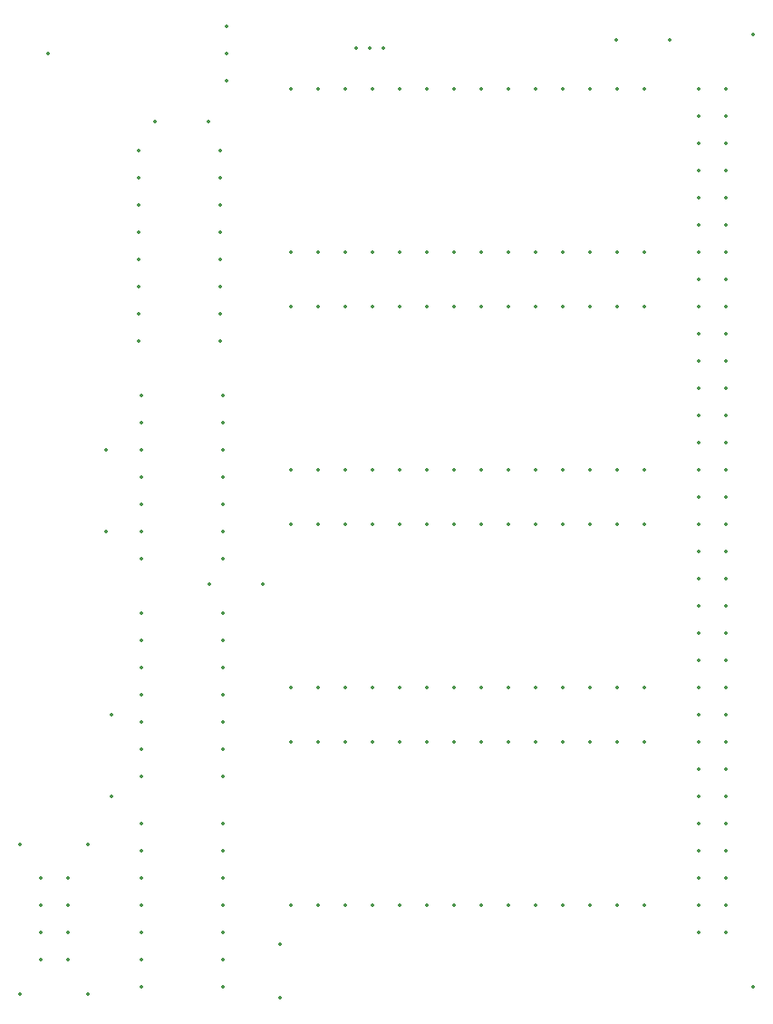
<source format=gbo>
%TF.GenerationSoftware,KiCad,Pcbnew,8.0.3+1*%
%TF.CreationDate,2024-07-14T18:41:45+02:00*%
%TF.ProjectId,QL_GST_Rom_board,514c5f47-5354-45f5-926f-6d5f626f6172,rev?*%
%TF.SameCoordinates,Original*%
%TF.FileFunction,Legend,Bot*%
%TF.FilePolarity,Positive*%
%FSLAX46Y46*%
G04 Gerber Fmt 4.6, Leading zero omitted, Abs format (unit mm)*
G04 Created by KiCad (PCBNEW 8.0.3+1) date 2024-07-14 18:41:45*
%MOMM*%
%LPD*%
G01*
G04 APERTURE LIST*
%ADD10C,0.350000*%
G04 APERTURE END LIST*
D10*
X233306000Y-48768000D03*
X228306000Y-48768000D03*
X172593000Y-123825000D03*
X172593000Y-137795000D03*
X178943000Y-123825000D03*
X178943000Y-137795000D03*
X177038000Y-127000000D03*
X177038000Y-129540000D03*
X177038000Y-132080000D03*
X177038000Y-134620000D03*
X174498000Y-127000000D03*
X174498000Y-129540000D03*
X174498000Y-132080000D03*
X174498000Y-134620000D03*
X180594000Y-86995000D03*
X180594000Y-94615000D03*
X197866000Y-109220000D03*
X200406000Y-109220000D03*
X202946000Y-109220000D03*
X205486000Y-109220000D03*
X208026000Y-109220000D03*
X210566000Y-109220000D03*
X213106000Y-109220000D03*
X215646000Y-109220000D03*
X218186000Y-109220000D03*
X220726000Y-109220000D03*
X223266000Y-109220000D03*
X225806000Y-109220000D03*
X228346000Y-109220000D03*
X230886000Y-109220000D03*
X230886000Y-93980000D03*
X228346000Y-93980000D03*
X225806000Y-93980000D03*
X223266000Y-93980000D03*
X220726000Y-93980000D03*
X218186000Y-93980000D03*
X215646000Y-93980000D03*
X213106000Y-93980000D03*
X210566000Y-93980000D03*
X208026000Y-93980000D03*
X205486000Y-93980000D03*
X202946000Y-93980000D03*
X200406000Y-93980000D03*
X197866000Y-93980000D03*
X197866000Y-68580000D03*
X200406000Y-68580000D03*
X202946000Y-68580000D03*
X205486000Y-68580000D03*
X208026000Y-68580000D03*
X210566000Y-68580000D03*
X213106000Y-68580000D03*
X215646000Y-68580000D03*
X218186000Y-68580000D03*
X220726000Y-68580000D03*
X223266000Y-68580000D03*
X225806000Y-68580000D03*
X228346000Y-68580000D03*
X230886000Y-68580000D03*
X230886000Y-53340000D03*
X228346000Y-53340000D03*
X225806000Y-53340000D03*
X223266000Y-53340000D03*
X220726000Y-53340000D03*
X218186000Y-53340000D03*
X215646000Y-53340000D03*
X213106000Y-53340000D03*
X210566000Y-53340000D03*
X208026000Y-53340000D03*
X205486000Y-53340000D03*
X202946000Y-53340000D03*
X200406000Y-53340000D03*
X197866000Y-53340000D03*
X181102000Y-119380000D03*
X181102000Y-111760000D03*
X197876000Y-88880000D03*
X200416000Y-88880000D03*
X202956000Y-88880000D03*
X205496000Y-88880000D03*
X208036000Y-88880000D03*
X210576000Y-88880000D03*
X213116000Y-88880000D03*
X215656000Y-88880000D03*
X218196000Y-88880000D03*
X220736000Y-88880000D03*
X223276000Y-88880000D03*
X225816000Y-88880000D03*
X228356000Y-88880000D03*
X230896000Y-88880000D03*
X230896000Y-73640000D03*
X228356000Y-73640000D03*
X225816000Y-73640000D03*
X223276000Y-73640000D03*
X220736000Y-73640000D03*
X218196000Y-73640000D03*
X215656000Y-73640000D03*
X213116000Y-73640000D03*
X210576000Y-73640000D03*
X208036000Y-73640000D03*
X205496000Y-73640000D03*
X202956000Y-73640000D03*
X200416000Y-73640000D03*
X197876000Y-73640000D03*
X183896000Y-102235000D03*
X183896000Y-104775000D03*
X183896000Y-107315000D03*
X183896000Y-109855000D03*
X183896000Y-112395000D03*
X183896000Y-114935000D03*
X183896000Y-117475000D03*
X191516000Y-117475000D03*
X191516000Y-114935000D03*
X191516000Y-112395000D03*
X191516000Y-109855000D03*
X191516000Y-107315000D03*
X191516000Y-104775000D03*
X191516000Y-102235000D03*
X241046000Y-48260000D03*
X241046000Y-137160000D03*
X238506000Y-132080000D03*
X238506000Y-129540000D03*
X238506000Y-127000000D03*
X238506000Y-124460000D03*
X238506000Y-121920000D03*
X238506000Y-119380000D03*
X238506000Y-116840000D03*
X238506000Y-114300000D03*
X238506000Y-111760000D03*
X238506000Y-109220000D03*
X238506000Y-106680000D03*
X238506000Y-104140000D03*
X238506000Y-101600000D03*
X238506000Y-99060000D03*
X238506000Y-96520000D03*
X238506000Y-93980000D03*
X238506000Y-91440000D03*
X238506000Y-88900000D03*
X238506000Y-86360000D03*
X238506000Y-83820000D03*
X238506000Y-81280000D03*
X238506000Y-78740000D03*
X238506000Y-76200000D03*
X238506000Y-73660000D03*
X238506000Y-71120000D03*
X238506000Y-68580000D03*
X238506000Y-66040000D03*
X238506000Y-63500000D03*
X238506000Y-60960000D03*
X238506000Y-58420000D03*
X238506000Y-55880000D03*
X238506000Y-53340000D03*
X235966000Y-132080000D03*
X235966000Y-129540000D03*
X235966000Y-127000000D03*
X235966000Y-124460000D03*
X235966000Y-121920000D03*
X235966000Y-119380000D03*
X235966000Y-116840000D03*
X235966000Y-114300000D03*
X235966000Y-111760000D03*
X235966000Y-109220000D03*
X235966000Y-106680000D03*
X235966000Y-104140000D03*
X235966000Y-101600000D03*
X235966000Y-99060000D03*
X235966000Y-96520000D03*
X235966000Y-93980000D03*
X235966000Y-91440000D03*
X235966000Y-88900000D03*
X235966000Y-86360000D03*
X235966000Y-83820000D03*
X235966000Y-81280000D03*
X235966000Y-78740000D03*
X235966000Y-76200000D03*
X235966000Y-73660000D03*
X235966000Y-71120000D03*
X235966000Y-68580000D03*
X235966000Y-66040000D03*
X235966000Y-63500000D03*
X235966000Y-60960000D03*
X235966000Y-58420000D03*
X235966000Y-55880000D03*
X235966000Y-53340000D03*
X175196000Y-50038000D03*
X191856000Y-52578000D03*
X191856000Y-50038000D03*
X191856000Y-47498000D03*
X183896000Y-81915000D03*
X183896000Y-84455000D03*
X183896000Y-86995000D03*
X183896000Y-89535000D03*
X183896000Y-92075000D03*
X183896000Y-94615000D03*
X183896000Y-97155000D03*
X191516000Y-97155000D03*
X191516000Y-94615000D03*
X191516000Y-92075000D03*
X191516000Y-89535000D03*
X191516000Y-86995000D03*
X191516000Y-84455000D03*
X191516000Y-81915000D03*
X197866000Y-129540000D03*
X200406000Y-129540000D03*
X202946000Y-129540000D03*
X205486000Y-129540000D03*
X208026000Y-129540000D03*
X210566000Y-129540000D03*
X213106000Y-129540000D03*
X215646000Y-129540000D03*
X218186000Y-129540000D03*
X220726000Y-129540000D03*
X223266000Y-129540000D03*
X225806000Y-129540000D03*
X228346000Y-129540000D03*
X230886000Y-129540000D03*
X230886000Y-114300000D03*
X228346000Y-114300000D03*
X225806000Y-114300000D03*
X223266000Y-114300000D03*
X220726000Y-114300000D03*
X218186000Y-114300000D03*
X215646000Y-114300000D03*
X213106000Y-114300000D03*
X210566000Y-114300000D03*
X208026000Y-114300000D03*
X205486000Y-114300000D03*
X202946000Y-114300000D03*
X200406000Y-114300000D03*
X197866000Y-114300000D03*
X206502000Y-49530000D03*
X205232000Y-49530000D03*
X203962000Y-49530000D03*
X195286000Y-99568000D03*
X190286000Y-99568000D03*
X183896000Y-121920000D03*
X183896000Y-124460000D03*
X183896000Y-127000000D03*
X183896000Y-129540000D03*
X183896000Y-132080000D03*
X183896000Y-134620000D03*
X183896000Y-137160000D03*
X191516000Y-137160000D03*
X191516000Y-134620000D03*
X191516000Y-132080000D03*
X191516000Y-129540000D03*
X191516000Y-127000000D03*
X191516000Y-124460000D03*
X191516000Y-121920000D03*
X196850000Y-133176000D03*
X196850000Y-138176000D03*
X183642000Y-59055000D03*
X183642000Y-61595000D03*
X183642000Y-64135000D03*
X183642000Y-66675000D03*
X183642000Y-69215000D03*
X183642000Y-71755000D03*
X183642000Y-74295000D03*
X183642000Y-76835000D03*
X191262000Y-76835000D03*
X191262000Y-74295000D03*
X191262000Y-71755000D03*
X191262000Y-69215000D03*
X191262000Y-66675000D03*
X191262000Y-64135000D03*
X191262000Y-61595000D03*
X191262000Y-59055000D03*
X190166000Y-56388000D03*
X185166000Y-56388000D03*
M02*

</source>
